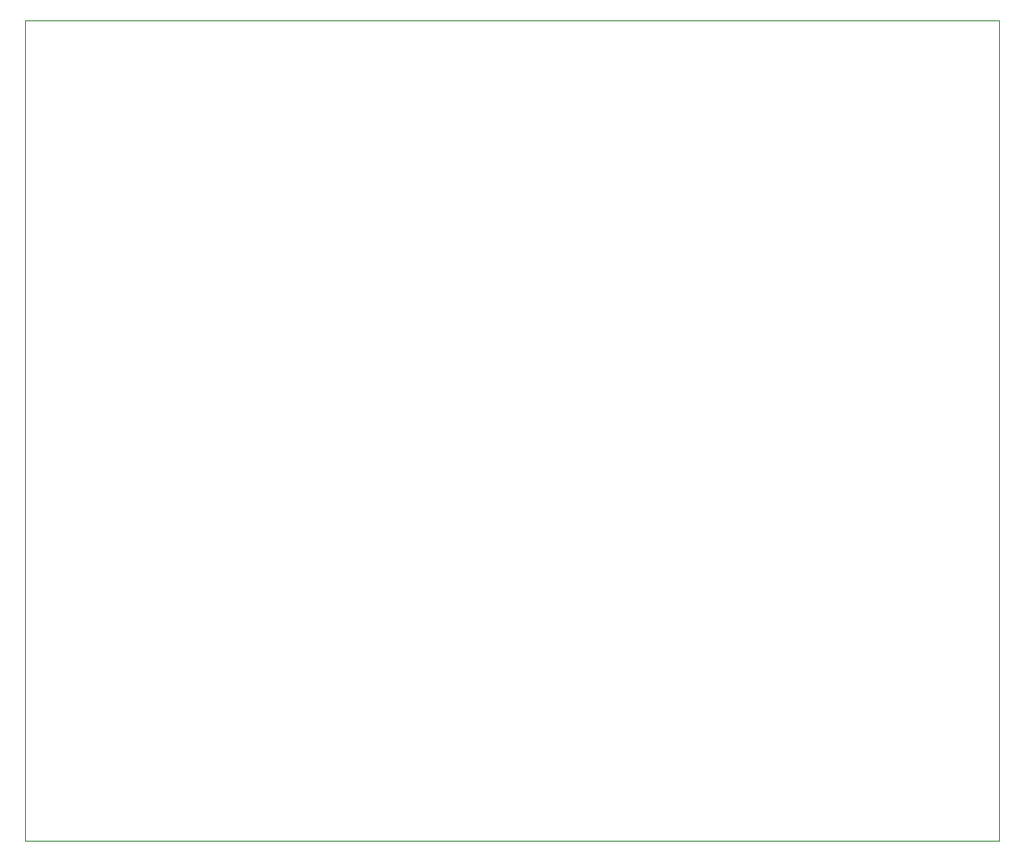
<source format=gm1>
G04 #@! TF.GenerationSoftware,KiCad,Pcbnew,7.0.7*
G04 #@! TF.CreationDate,2023-09-07T10:59:33+03:00*
G04 #@! TF.ProjectId,colorlight-cnc-proto,636f6c6f-726c-4696-9768-742d636e632d,rev?*
G04 #@! TF.SameCoordinates,Original*
G04 #@! TF.FileFunction,Profile,NP*
%FSLAX46Y46*%
G04 Gerber Fmt 4.6, Leading zero omitted, Abs format (unit mm)*
G04 Created by KiCad (PCBNEW 7.0.7) date 2023-09-07 10:59:33*
%MOMM*%
%LPD*%
G01*
G04 APERTURE LIST*
G04 #@! TA.AperFunction,Profile*
%ADD10C,0.100000*%
G04 #@! TD*
G04 APERTURE END LIST*
D10*
X0Y0D02*
X89000000Y0D01*
X89000000Y-75000000D01*
X0Y-75000000D01*
X0Y0D01*
M02*

</source>
